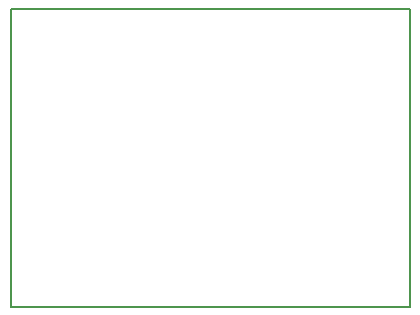
<source format=gbr>
G04 #@! TF.GenerationSoftware,KiCad,Pcbnew,(5.1.2)-2*
G04 #@! TF.CreationDate,2019-09-08T10:38:30-04:00*
G04 #@! TF.ProjectId,jebaoDosingAdapter,6a656261-6f44-46f7-9369-6e6741646170,rev?*
G04 #@! TF.SameCoordinates,PX46492a0PY53724e0*
G04 #@! TF.FileFunction,Profile,NP*
%FSLAX46Y46*%
G04 Gerber Fmt 4.6, Leading zero omitted, Abs format (unit mm)*
G04 Created by KiCad (PCBNEW (5.1.2)-2) date 2019-09-08 10:38:30*
%MOMM*%
%LPD*%
G04 APERTURE LIST*
%ADD10C,0.150000*%
G04 APERTURE END LIST*
D10*
X37520000Y27000000D02*
X3760000Y27000000D01*
X37520000Y1770000D02*
X37520000Y27000000D01*
X3770000Y1770000D02*
X37520000Y1770000D01*
X3760000Y26980000D02*
X3770000Y1770000D01*
M02*

</source>
